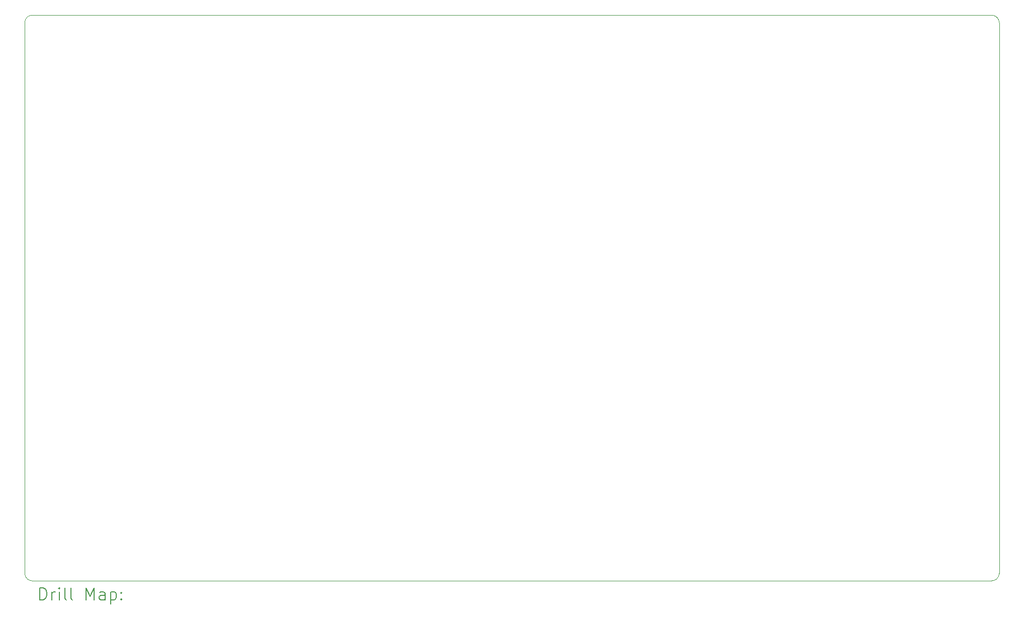
<source format=gbr>
%TF.GenerationSoftware,KiCad,Pcbnew,7.0.5*%
%TF.CreationDate,2024-09-25T00:15:11+08:00*%
%TF.ProjectId,TPS,5450532e-6b69-4636-9164-5f7063625858,rev?*%
%TF.SameCoordinates,Original*%
%TF.FileFunction,Drillmap*%
%TF.FilePolarity,Positive*%
%FSLAX45Y45*%
G04 Gerber Fmt 4.5, Leading zero omitted, Abs format (unit mm)*
G04 Created by KiCad (PCBNEW 7.0.5) date 2024-09-25 00:15:11*
%MOMM*%
%LPD*%
G01*
G04 APERTURE LIST*
%ADD10C,0.120000*%
%ADD11C,0.200000*%
G04 APERTURE END LIST*
D10*
X20115500Y-2900000D02*
X3973100Y-2900000D01*
X3846100Y-12298000D02*
G75*
G03*
X3973100Y-12425000I127000J0D01*
G01*
X3973100Y-2900000D02*
G75*
G03*
X3846100Y-3027000I0J-127000D01*
G01*
X20242500Y-12298000D02*
X20242500Y-3027000D01*
X20115500Y-12425000D02*
X3973100Y-12425000D01*
X3846100Y-3027000D02*
X3846100Y-12298000D01*
X20115500Y-12425000D02*
G75*
G03*
X20242500Y-12298000I0J127000D01*
G01*
X20242500Y-3027000D02*
G75*
G03*
X20115500Y-2900000I-127000J0D01*
G01*
D11*
X4100877Y-12742484D02*
X4100877Y-12542484D01*
X4100877Y-12542484D02*
X4148496Y-12542484D01*
X4148496Y-12542484D02*
X4177067Y-12552008D01*
X4177067Y-12552008D02*
X4196115Y-12571055D01*
X4196115Y-12571055D02*
X4205639Y-12590103D01*
X4205639Y-12590103D02*
X4215163Y-12628198D01*
X4215163Y-12628198D02*
X4215163Y-12656769D01*
X4215163Y-12656769D02*
X4205639Y-12694865D01*
X4205639Y-12694865D02*
X4196115Y-12713912D01*
X4196115Y-12713912D02*
X4177067Y-12732960D01*
X4177067Y-12732960D02*
X4148496Y-12742484D01*
X4148496Y-12742484D02*
X4100877Y-12742484D01*
X4300877Y-12742484D02*
X4300877Y-12609150D01*
X4300877Y-12647246D02*
X4310401Y-12628198D01*
X4310401Y-12628198D02*
X4319924Y-12618674D01*
X4319924Y-12618674D02*
X4338972Y-12609150D01*
X4338972Y-12609150D02*
X4358020Y-12609150D01*
X4424686Y-12742484D02*
X4424686Y-12609150D01*
X4424686Y-12542484D02*
X4415163Y-12552008D01*
X4415163Y-12552008D02*
X4424686Y-12561531D01*
X4424686Y-12561531D02*
X4434210Y-12552008D01*
X4434210Y-12552008D02*
X4424686Y-12542484D01*
X4424686Y-12542484D02*
X4424686Y-12561531D01*
X4548496Y-12742484D02*
X4529448Y-12732960D01*
X4529448Y-12732960D02*
X4519924Y-12713912D01*
X4519924Y-12713912D02*
X4519924Y-12542484D01*
X4653258Y-12742484D02*
X4634210Y-12732960D01*
X4634210Y-12732960D02*
X4624686Y-12713912D01*
X4624686Y-12713912D02*
X4624686Y-12542484D01*
X4881829Y-12742484D02*
X4881829Y-12542484D01*
X4881829Y-12542484D02*
X4948496Y-12685341D01*
X4948496Y-12685341D02*
X5015163Y-12542484D01*
X5015163Y-12542484D02*
X5015163Y-12742484D01*
X5196115Y-12742484D02*
X5196115Y-12637722D01*
X5196115Y-12637722D02*
X5186591Y-12618674D01*
X5186591Y-12618674D02*
X5167544Y-12609150D01*
X5167544Y-12609150D02*
X5129448Y-12609150D01*
X5129448Y-12609150D02*
X5110401Y-12618674D01*
X5196115Y-12732960D02*
X5177067Y-12742484D01*
X5177067Y-12742484D02*
X5129448Y-12742484D01*
X5129448Y-12742484D02*
X5110401Y-12732960D01*
X5110401Y-12732960D02*
X5100877Y-12713912D01*
X5100877Y-12713912D02*
X5100877Y-12694865D01*
X5100877Y-12694865D02*
X5110401Y-12675817D01*
X5110401Y-12675817D02*
X5129448Y-12666293D01*
X5129448Y-12666293D02*
X5177067Y-12666293D01*
X5177067Y-12666293D02*
X5196115Y-12656769D01*
X5291353Y-12609150D02*
X5291353Y-12809150D01*
X5291353Y-12618674D02*
X5310401Y-12609150D01*
X5310401Y-12609150D02*
X5348496Y-12609150D01*
X5348496Y-12609150D02*
X5367544Y-12618674D01*
X5367544Y-12618674D02*
X5377067Y-12628198D01*
X5377067Y-12628198D02*
X5386591Y-12647246D01*
X5386591Y-12647246D02*
X5386591Y-12704388D01*
X5386591Y-12704388D02*
X5377067Y-12723436D01*
X5377067Y-12723436D02*
X5367544Y-12732960D01*
X5367544Y-12732960D02*
X5348496Y-12742484D01*
X5348496Y-12742484D02*
X5310401Y-12742484D01*
X5310401Y-12742484D02*
X5291353Y-12732960D01*
X5472305Y-12723436D02*
X5481829Y-12732960D01*
X5481829Y-12732960D02*
X5472305Y-12742484D01*
X5472305Y-12742484D02*
X5462782Y-12732960D01*
X5462782Y-12732960D02*
X5472305Y-12723436D01*
X5472305Y-12723436D02*
X5472305Y-12742484D01*
X5472305Y-12618674D02*
X5481829Y-12628198D01*
X5481829Y-12628198D02*
X5472305Y-12637722D01*
X5472305Y-12637722D02*
X5462782Y-12628198D01*
X5462782Y-12628198D02*
X5472305Y-12618674D01*
X5472305Y-12618674D02*
X5472305Y-12637722D01*
M02*

</source>
